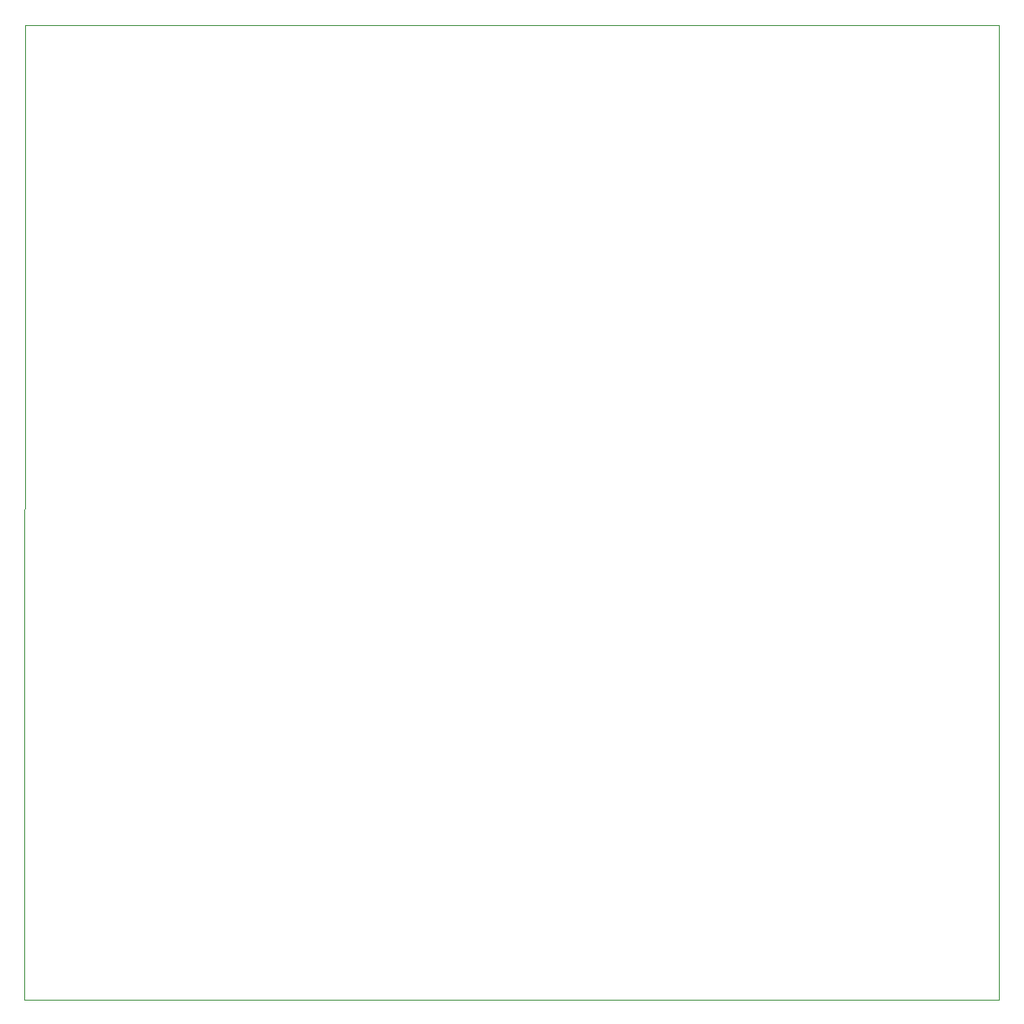
<source format=gm1>
%TF.GenerationSoftware,KiCad,Pcbnew,9.0.6-9.0.6~ubuntu25.04.1*%
%TF.CreationDate,2025-12-03T21:26:08+01:00*%
%TF.ProjectId,CPU,4350552e-6b69-4636-9164-5f7063625858,V0.2*%
%TF.SameCoordinates,Original*%
%TF.FileFunction,Profile,NP*%
%FSLAX46Y46*%
G04 Gerber Fmt 4.6, Leading zero omitted, Abs format (unit mm)*
G04 Created by KiCad (PCBNEW 9.0.6-9.0.6~ubuntu25.04.1) date 2025-12-03 21:26:08*
%MOMM*%
%LPD*%
G01*
G04 APERTURE LIST*
%TA.AperFunction,Profile*%
%ADD10C,0.050000*%
%TD*%
G04 APERTURE END LIST*
D10*
X182844000Y-157370000D02*
X182844000Y-62120000D01*
X87644000Y-62120000D02*
X87594000Y-157370000D01*
X87594000Y-157370000D02*
X182844000Y-157370000D01*
X182844000Y-62120000D02*
X87644000Y-62120000D01*
M02*

</source>
